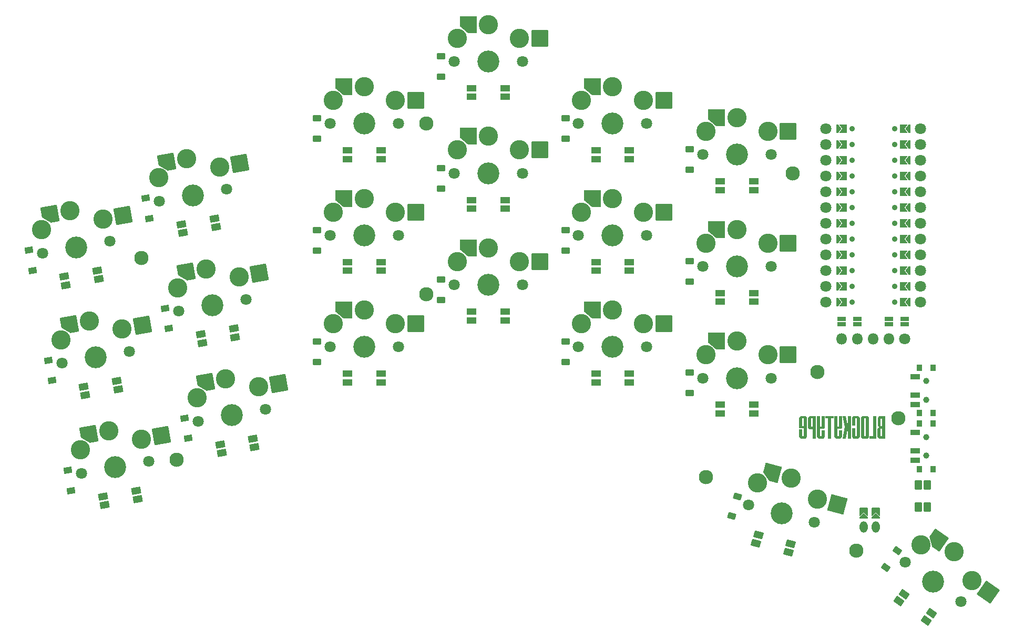
<source format=gbs>
%TF.GenerationSoftware,KiCad,Pcbnew,8.0.5*%
%TF.CreationDate,2024-10-12T16:26:51+02:00*%
%TF.ProjectId,BlockyTypeV0.2.3,426c6f63-6b79-4547-9970-6556302e322e,v1.0.0*%
%TF.SameCoordinates,Original*%
%TF.FileFunction,Soldermask,Bot*%
%TF.FilePolarity,Negative*%
%FSLAX46Y46*%
G04 Gerber Fmt 4.6, Leading zero omitted, Abs format (unit mm)*
G04 Created by KiCad (PCBNEW 8.0.5) date 2024-10-12 16:26:51*
%MOMM*%
%LPD*%
G01*
G04 APERTURE LIST*
G04 Aperture macros list*
%AMRoundRect*
0 Rectangle with rounded corners*
0 $1 Rounding radius*
0 $2 $3 $4 $5 $6 $7 $8 $9 X,Y pos of 4 corners*
0 Add a 4 corners polygon primitive as box body*
4,1,4,$2,$3,$4,$5,$6,$7,$8,$9,$2,$3,0*
0 Add four circle primitives for the rounded corners*
1,1,$1+$1,$2,$3*
1,1,$1+$1,$4,$5*
1,1,$1+$1,$6,$7*
1,1,$1+$1,$8,$9*
0 Add four rect primitives between the rounded corners*
20,1,$1+$1,$2,$3,$4,$5,0*
20,1,$1+$1,$4,$5,$6,$7,0*
20,1,$1+$1,$6,$7,$8,$9,0*
20,1,$1+$1,$8,$9,$2,$3,0*%
%AMFreePoly0*
4,1,15,1.335355,1.335355,1.350000,1.300000,1.350000,-1.300000,1.335355,-1.335355,1.300000,-1.350000,-0.050000,-1.350000,-0.082160,-1.338285,-1.332160,-0.288285,-1.349812,-0.254331,-1.350000,-0.250000,-1.350000,1.300000,-1.335355,1.335355,-1.300000,1.350000,1.300000,1.350000,1.335355,1.335355,1.335355,1.335355,$1*%
%AMFreePoly1*
4,1,16,0.635355,0.285355,0.650000,0.250000,0.650000,-1.000000,0.635355,-1.035355,0.600000,-1.050000,0.564645,-1.035355,0.000000,-0.470710,-0.564645,-1.035355,-0.600000,-1.050000,-0.635355,-1.035355,-0.650000,-1.000000,-0.650000,0.250000,-0.635355,0.285355,-0.600000,0.300000,0.600000,0.300000,0.635355,0.285355,0.635355,0.285355,$1*%
%AMFreePoly2*
4,1,14,0.035355,0.435355,0.635355,-0.164645,0.650000,-0.200000,0.650000,-0.400000,0.635355,-0.435355,0.600000,-0.450000,-0.600000,-0.450000,-0.635355,-0.435355,-0.650000,-0.400000,-0.650000,-0.200000,-0.635355,-0.164645,-0.035355,0.435355,0.000000,0.450000,0.035355,0.435355,0.035355,0.435355,$1*%
%AMFreePoly3*
4,1,16,-0.214645,0.660355,-0.210957,0.656235,0.289043,0.031235,0.299694,-0.005522,0.289043,-0.031235,-0.210957,-0.656235,-0.244478,-0.674694,-0.250000,-0.675000,-0.500000,-0.675000,-0.535355,-0.660355,-0.550000,-0.625000,-0.550000,0.625000,-0.535355,0.660355,-0.500000,0.675000,-0.250000,0.675000,-0.214645,0.660355,-0.214645,0.660355,$1*%
%AMFreePoly4*
4,1,16,0.535355,0.660355,0.550000,0.625000,0.550000,-0.625000,0.535355,-0.660355,0.500000,-0.675000,-0.650000,-0.675000,-0.685355,-0.660355,-0.700000,-0.625000,-0.689043,-0.593765,-0.214031,0.000000,-0.689043,0.593765,-0.699694,0.630522,-0.681235,0.664043,-0.650000,0.675000,0.500000,0.675000,0.535355,0.660355,0.535355,0.660355,$1*%
G04 Aperture macros list end*
%ADD10C,0.150000*%
%ADD11RoundRect,0.050000X0.669026X-0.338975X0.512743X0.547352X-0.669026X0.338975X-0.512743X-0.547352X0*%
%ADD12RoundRect,0.050000X0.600000X-0.450000X0.600000X0.450000X-0.600000X0.450000X-0.600000X-0.450000X0*%
%ADD13O,1.800000X1.800000*%
%ADD14C,1.800000*%
%ADD15RoundRect,0.050000X-0.600000X0.300000X-0.600000X-0.300000X0.600000X-0.300000X0.600000X0.300000X0*%
%ADD16C,1.801800*%
%ADD17C,3.100000*%
%ADD18C,3.529000*%
%ADD19FreePoly0,0.000000*%
%ADD20RoundRect,0.050000X-1.300000X-1.300000X1.300000X-1.300000X1.300000X1.300000X-1.300000X1.300000X0*%
%ADD21C,2.300000*%
%ADD22FreePoly1,0.000000*%
%ADD23O,1.300000X1.850000*%
%ADD24FreePoly2,0.000000*%
%ADD25RoundRect,0.050000X-0.400000X0.500000X-0.400000X-0.500000X0.400000X-0.500000X0.400000X0.500000X0*%
%ADD26C,1.000000*%
%ADD27RoundRect,0.050000X-0.750000X0.350000X-0.750000X-0.350000X0.750000X-0.350000X0.750000X0.350000X0*%
%ADD28FreePoly0,345.000000*%
%ADD29RoundRect,0.050000X-1.592168X-0.919239X0.919239X-1.592168X1.592168X0.919239X-0.919239X1.592168X0*%
%ADD30FreePoly0,10.000000*%
%ADD31RoundRect,0.050000X-1.054507X-1.505993X1.505993X-1.054507X1.054507X1.505993X-1.505993X1.054507X0*%
%ADD32RoundRect,0.050000X0.233382X-0.712764X0.749601X0.024473X-0.233382X0.712764X-0.749601X-0.024473X0*%
%ADD33FreePoly0,325.000000*%
%ADD34RoundRect,0.050000X-1.810547X-0.319248X0.319248X-1.810547X1.810547X0.319248X-0.319248X1.810547X0*%
%ADD35FreePoly3,180.000000*%
%ADD36FreePoly3,0.000000*%
%ADD37FreePoly4,0.000000*%
%ADD38C,0.900000*%
%ADD39FreePoly4,180.000000*%
%ADD40RoundRect,0.050000X-0.525000X0.700000X-0.525000X-0.700000X0.525000X-0.700000X0.525000X0.700000X0*%
%ADD41RoundRect,0.050000X0.463087X-0.589958X0.696024X0.279375X-0.463087X0.589958X-0.696024X-0.279375X0*%
%ADD42RoundRect,0.050000X-0.602541X-0.613958X0.776190X-0.370850X0.602541X0.613958X-0.776190X0.370850X0*%
%ADD43RoundRect,0.050000X-0.700000X-0.500000X0.700000X-0.500000X0.700000X0.500000X-0.700000X0.500000X0*%
%ADD44RoundRect,0.050000X-0.805558X-0.301790X0.546739X-0.664136X0.805558X0.301790X-0.546739X0.664136X0*%
%ADD45RoundRect,0.050000X-0.860195X-0.008073X0.286618X-0.811080X0.860195X0.008073X-0.286618X0.811080X0*%
G04 APERTURE END LIST*
D10*
G36*
X118078546Y15631319D02*
G01*
X117074806Y15631319D01*
X116836766Y15958115D01*
X116836766Y16012337D01*
X117336487Y16012337D01*
X117579362Y16012337D01*
X117579362Y17225736D01*
X117336487Y17225736D01*
X117336487Y16012337D01*
X116836766Y16012337D01*
X116836766Y17118757D01*
X117079104Y17437494D01*
X116960935Y17600893D01*
X117336487Y17600893D01*
X117579362Y17600893D01*
X117579362Y18856790D01*
X117336487Y18856790D01*
X117336487Y17600893D01*
X116960935Y17600893D01*
X116849125Y17755499D01*
X116849125Y18906615D01*
X117086627Y19242205D01*
X118078546Y19242205D01*
X118078546Y15631319D01*
G37*
G36*
X115559523Y16006476D02*
G01*
X116126411Y16006476D01*
X116126411Y19242205D01*
X116625594Y19242205D01*
X116625594Y15623258D01*
X115559523Y15623258D01*
X115559523Y16006476D01*
G37*
G36*
X115447757Y18945450D02*
G01*
X115447757Y15877515D01*
X115268288Y15631319D01*
X114385448Y15631319D01*
X114205978Y15877515D01*
X114205978Y16016001D01*
X114705699Y16016001D01*
X114948574Y16016001D01*
X114948574Y18867048D01*
X114705699Y18867048D01*
X114705699Y16016001D01*
X114205978Y16016001D01*
X114205978Y18945450D01*
X114384373Y19242205D01*
X115269362Y19242205D01*
X115447757Y18945450D01*
G37*
G36*
X112749802Y17272630D02*
G01*
X113249523Y17272630D01*
X113249523Y16006476D01*
X113492398Y16006476D01*
X113492398Y18867048D01*
X113249523Y18867048D01*
X113249523Y17741577D01*
X112749802Y17741577D01*
X112749802Y18946915D01*
X112950765Y19242205D01*
X113794380Y19242205D01*
X113994806Y18946915D01*
X113994806Y15899497D01*
X113793843Y15631319D01*
X112951302Y15631319D01*
X112749802Y15899497D01*
X112749802Y17272630D01*
G37*
G36*
X111596145Y17505638D02*
G01*
X111224310Y19242205D01*
X111753584Y19242205D01*
X112057716Y17552533D01*
X112040521Y19242205D01*
X112539704Y19242205D01*
X112539704Y15631319D01*
X112040521Y15631319D01*
X112057716Y17430167D01*
X111753584Y15631319D01*
X111224847Y15631319D01*
X111596145Y17505638D01*
G37*
G36*
X109879362Y19242205D02*
G01*
X110379083Y19242205D01*
X110379083Y17553998D01*
X110621958Y17553998D01*
X110621958Y19242205D01*
X111121142Y19242205D01*
X111121142Y17398660D01*
X110928776Y17178841D01*
X110379083Y17178841D01*
X110379083Y16006476D01*
X110621958Y16006476D01*
X110621958Y16991263D01*
X111121142Y16991263D01*
X111121142Y15907557D01*
X110916955Y15631319D01*
X110089997Y15631319D01*
X109879362Y15906824D01*
X109879362Y19242205D01*
G37*
G36*
X108451128Y19242205D02*
G01*
X109763836Y19242205D01*
X109763836Y18867048D01*
X109353850Y18867048D01*
X109353850Y15631319D01*
X108854666Y15631319D01*
X108854666Y18867048D01*
X108451128Y18867048D01*
X108451128Y19242205D01*
G37*
G36*
X107093822Y19242205D02*
G01*
X107593542Y19242205D01*
X107593542Y17553998D01*
X107836418Y17553998D01*
X107836418Y19242205D01*
X108335601Y19242205D01*
X108335601Y17398660D01*
X108143235Y17178841D01*
X107593542Y17178841D01*
X107593542Y16006476D01*
X107836418Y16006476D01*
X107836418Y16991263D01*
X108335601Y16991263D01*
X108335601Y15907557D01*
X108131414Y15631319D01*
X107304457Y15631319D01*
X107093822Y15906824D01*
X107093822Y19242205D01*
G37*
G36*
X106882649Y15631319D02*
G01*
X106383466Y15631319D01*
X106383466Y17131947D01*
X105845057Y17131947D01*
X105640870Y17407452D01*
X105640870Y17521758D01*
X106140591Y17521758D01*
X106383466Y17521758D01*
X106383466Y18867048D01*
X106140591Y18867048D01*
X106140591Y17521758D01*
X105640870Y17521758D01*
X105640870Y18974026D01*
X105845057Y19242205D01*
X106882649Y19242205D01*
X106882649Y15631319D01*
G37*
G36*
X105464087Y18946915D02*
G01*
X105464087Y15906824D01*
X105247541Y15631319D01*
X104429718Y15631319D01*
X104222307Y15907557D01*
X104222307Y17131947D01*
X104722028Y17131947D01*
X104722028Y16006476D01*
X104964903Y16006476D01*
X104964903Y17272630D01*
X104222307Y17272630D01*
X104222307Y17663907D01*
X104722028Y17663907D01*
X104964903Y17663907D01*
X104964903Y18867048D01*
X104722028Y18867048D01*
X104722028Y17663907D01*
X104222307Y17663907D01*
X104222307Y18946915D01*
X104429181Y19242205D01*
X105247541Y19242205D01*
X105464087Y18946915D01*
G37*
D11*
%TO.C,D4*%
X5795557Y15654037D03*
X5222521Y18903903D03*
%TD*%
D12*
%TO.C,D15*%
X66567881Y63926321D03*
X66567885Y67226321D03*
%TD*%
D13*
%TO.C,DISP1*%
X111087880Y31676318D03*
X113627880Y31676318D03*
X116167887Y31676316D03*
X118707880Y31676318D03*
D14*
X121247879Y31676322D03*
D15*
X121247880Y34026318D03*
X118707877Y34026317D03*
X113627880Y34026318D03*
X111087879Y34026317D03*
X121247880Y34926318D03*
X118707880Y34926318D03*
X113627880Y34926318D03*
X111087880Y34926318D03*
%TD*%
D16*
%TO.C,S16*%
X88667878Y25376318D03*
D17*
X89167875Y29126318D03*
X94167878Y31326320D03*
D18*
X94167878Y25376318D03*
D17*
X99167877Y29126319D03*
D16*
X99667878Y25376318D03*
D19*
X90892879Y31326315D03*
D20*
X102442878Y29126318D03*
%TD*%
D21*
%TO.C,MH7*%
X113394487Y-2459037D03*
%TD*%
%TO.C,MH2*%
X3961644Y12233623D03*
%TD*%
D12*
%TO.C,D13*%
X66567880Y27926315D03*
X66567884Y31226315D03*
%TD*%
%TO.C,D10*%
X46567883Y37926322D03*
X46567887Y41226322D03*
%TD*%
%TO.C,D18*%
X86567883Y58926323D03*
X86567887Y62226323D03*
%TD*%
D16*
%TO.C,S7*%
X28667884Y30376331D03*
D17*
X29167881Y34126331D03*
X34167884Y36326333D03*
D18*
X34167884Y30376331D03*
D17*
X39167883Y34126332D03*
D16*
X39667884Y30376331D03*
D19*
X30892885Y36326328D03*
D20*
X42442884Y34126331D03*
%TD*%
D16*
%TO.C,S18*%
X88667884Y61376320D03*
D17*
X89167881Y65126320D03*
X94167884Y67326322D03*
D18*
X94167884Y61376320D03*
D17*
X99167883Y65126321D03*
D16*
X99667884Y61376320D03*
D19*
X90892885Y67326317D03*
D20*
X102442884Y65126320D03*
%TD*%
D11*
%TO.C,D2*%
X-16158022Y24983575D03*
X-16731058Y28233441D03*
%TD*%
D12*
%TO.C,D17*%
X86567873Y40926313D03*
X86567877Y44226313D03*
%TD*%
D21*
%TO.C,MH6*%
X89167878Y9376318D03*
%TD*%
D12*
%TO.C,D16*%
X86567876Y22926327D03*
X86567880Y26226327D03*
%TD*%
D16*
%TO.C,S15*%
X68667879Y66376328D03*
D17*
X69167876Y70126328D03*
X74167879Y72326330D03*
D18*
X74167879Y66376328D03*
D17*
X79167878Y70126329D03*
D16*
X79667879Y66376328D03*
D19*
X70892880Y72326325D03*
D20*
X82442879Y70126328D03*
%TD*%
D11*
%TO.C,D5*%
X2669893Y33380581D03*
X2096857Y36630447D03*
%TD*%
D22*
%TO.C,JST1*%
X114567888Y4192330D03*
X116567888Y4192330D03*
D23*
X116567887Y1376326D03*
X114567889Y1376334D03*
D24*
X116567887Y3176328D03*
X114567888Y3176330D03*
%TD*%
D25*
%TO.C,SW3*%
X123582881Y27026317D03*
X123582881Y19726315D03*
D26*
X124692881Y24876315D03*
X124692881Y21876315D03*
D25*
X125792878Y19726316D03*
X125792881Y27026315D03*
D27*
X122932881Y21126315D03*
X122932881Y22626315D03*
X122932878Y25626311D03*
%TD*%
D16*
%TO.C,S14*%
X68667876Y48376320D03*
D17*
X69167873Y52126320D03*
X74167876Y54326322D03*
D18*
X74167876Y48376320D03*
D17*
X79167875Y52126321D03*
D16*
X79667876Y48376320D03*
D19*
X70892877Y54326317D03*
D20*
X82442876Y52126320D03*
%TD*%
D11*
%TO.C,D1*%
X-13032362Y7257030D03*
X-13605398Y10506896D03*
%TD*%
D16*
%TO.C,S19*%
X96055440Y4958346D03*
D17*
X97508971Y8451158D03*
X102908005Y9282100D03*
D18*
X101368032Y3534841D03*
D17*
X107168236Y5862966D03*
D16*
X106680624Y2111336D03*
D28*
X99744599Y10129728D03*
D29*
X110331640Y5015335D03*
%TD*%
D11*
%TO.C,D6*%
X-455782Y51107116D03*
X-1028818Y54356982D03*
%TD*%
D12*
%TO.C,D12*%
X46567879Y73926321D03*
X46567883Y77226321D03*
%TD*%
D21*
%TO.C,MH8*%
X107167881Y26376321D03*
%TD*%
D16*
%TO.C,S11*%
X48667870Y58376323D03*
D17*
X49167867Y62126323D03*
X54167870Y64326325D03*
D18*
X54167870Y58376323D03*
D17*
X59167869Y62126324D03*
D16*
X59667870Y58376323D03*
D19*
X50892871Y64326320D03*
D20*
X62442870Y62126323D03*
%TD*%
D21*
%TO.C,MH3*%
X44167882Y66376320D03*
%TD*%
D16*
%TO.C,S12*%
X48667882Y76376324D03*
D17*
X49167879Y80126324D03*
X54167882Y82326326D03*
D18*
X54167882Y76376324D03*
D17*
X59167881Y80126325D03*
D16*
X59667882Y76376324D03*
D19*
X50892883Y82326321D03*
D20*
X62442882Y80126324D03*
%TD*%
D21*
%TO.C,MH5*%
X103167879Y58376320D03*
%TD*%
D16*
%TO.C,S6*%
X1186879Y53884551D03*
D17*
X1028099Y57664403D03*
X5570115Y60699224D03*
D18*
X6603322Y54839616D03*
D17*
X10876179Y59400887D03*
D16*
X12019765Y55794681D03*
D30*
X2344872Y60130523D03*
D31*
X14101425Y59969584D03*
%TD*%
D16*
%TO.C,S2*%
X-14515361Y27761012D03*
D17*
X-14674141Y31540864D03*
X-10132125Y34575685D03*
D18*
X-9098918Y28716077D03*
D17*
X-4826061Y33277348D03*
D16*
X-3682475Y29671142D03*
D30*
X-13357368Y34006984D03*
D31*
X-1600815Y33846045D03*
%TD*%
D32*
%TO.C,D20*%
X118133382Y-5105822D03*
X120026184Y-2402624D03*
%TD*%
D16*
%TO.C,S5*%
X4312545Y36158009D03*
D17*
X4153765Y39937861D03*
X8695781Y42972682D03*
D18*
X9728988Y37113074D03*
D17*
X14001845Y41674345D03*
D16*
X15145431Y38068139D03*
D30*
X5470538Y42403981D03*
D31*
X17227091Y42243042D03*
%TD*%
D12*
%TO.C,D14*%
X66567876Y45926322D03*
X66567880Y49226322D03*
%TD*%
D16*
%TO.C,S20*%
X121258866Y-4303402D03*
D17*
X123819353Y-1518369D03*
X129176981Y-2584115D03*
D18*
X125764202Y-7458072D03*
D17*
X132010874Y-7254134D03*
D16*
X130269538Y-10612742D03*
D33*
X126494259Y-705660D03*
D34*
X134693597Y-9132597D03*
%TD*%
D25*
%TO.C,SW1*%
X123582881Y18026332D03*
X123582881Y10726330D03*
D26*
X124692881Y15876330D03*
X124692881Y12876330D03*
D25*
X125792878Y10726331D03*
X125792881Y18026330D03*
D27*
X122932881Y12126330D03*
X122932881Y13626330D03*
X122932878Y16626326D03*
%TD*%
D21*
%TO.C,MH1*%
X-1768741Y44732272D03*
%TD*%
D16*
%TO.C,S9*%
X28667881Y66376325D03*
D17*
X29167878Y70126325D03*
X34167881Y72326327D03*
D18*
X34167881Y66376325D03*
D17*
X39167880Y70126326D03*
D16*
X39667881Y66376325D03*
D19*
X30892882Y72326322D03*
D20*
X42442881Y70126325D03*
%TD*%
D21*
%TO.C,MH9*%
X120167882Y18876329D03*
%TD*%
D11*
%TO.C,D3*%
X-19283696Y42710112D03*
X-19856732Y45959978D03*
%TD*%
D21*
%TO.C,MH4*%
X44167891Y38876324D03*
%TD*%
D12*
%TO.C,D8*%
X26567881Y45926313D03*
X26567885Y49226313D03*
%TD*%
D35*
%TO.C,MCU1*%
X121667877Y65576327D03*
D14*
X123787881Y65576328D03*
D35*
X121667884Y63036332D03*
D14*
X123787881Y63036328D03*
D35*
X121667881Y60496328D03*
D14*
X123787879Y60496323D03*
D35*
X121667881Y57956328D03*
D14*
X123787881Y57956328D03*
D35*
X121667883Y55416328D03*
D14*
X123787881Y55416328D03*
D35*
X121667881Y52876328D03*
D14*
X123787881Y52876328D03*
D35*
X121667881Y50336328D03*
D14*
X123787876Y50336330D03*
D35*
X121667881Y47796328D03*
D14*
X123787881Y47796328D03*
D35*
X121667881Y45256328D03*
D14*
X123787876Y45256330D03*
D35*
X121667881Y42716328D03*
D14*
X123787881Y42716329D03*
D35*
X121667881Y40176328D03*
D14*
X123787878Y40176326D03*
D35*
X121667879Y37636328D03*
D14*
X123787881Y37636328D03*
X108547881Y37636328D03*
D36*
X110667881Y37636328D03*
D14*
X108547881Y40176328D03*
D36*
X110667885Y40176329D03*
D14*
X108547881Y42716328D03*
D36*
X110667878Y42716324D03*
D14*
X108547883Y45256333D03*
D36*
X110667881Y45256328D03*
D14*
X108547881Y47796328D03*
D36*
X110667881Y47796328D03*
D14*
X108547881Y50336328D03*
D36*
X110667879Y50336328D03*
D14*
X108547881Y52876328D03*
D36*
X110667881Y52876328D03*
D14*
X108547886Y55416326D03*
D36*
X110667881Y55416328D03*
D14*
X108547881Y57956328D03*
D36*
X110667881Y57956328D03*
D14*
X108547886Y60496326D03*
D36*
X110667881Y60496328D03*
D14*
X108547881Y63036327D03*
D36*
X110667881Y63036328D03*
D14*
X108547884Y65576330D03*
D36*
X110667881Y65576328D03*
D37*
X111392881Y65576328D03*
D38*
X119567881Y65576328D03*
D37*
X111392881Y63036328D03*
D38*
X119567882Y63036328D03*
D37*
X111392881Y60496328D03*
D38*
X119567881Y60496328D03*
D37*
X111392878Y57956328D03*
D38*
X119567881Y57956328D03*
D37*
X111392881Y55416328D03*
D38*
X119567877Y55416330D03*
D37*
X111392881Y52876328D03*
D38*
X119567886Y52876327D03*
D37*
X111392881Y50336328D03*
D38*
X119567881Y50336328D03*
D37*
X111392878Y47796328D03*
D38*
X119567880Y47796330D03*
D37*
X111392881Y45256328D03*
D38*
X119567881Y45256328D03*
D37*
X111392881Y42716328D03*
D38*
X119567874Y42716329D03*
D37*
X111392881Y40176328D03*
D38*
X119567882Y40176331D03*
D37*
X111392882Y37636327D03*
D38*
X119567879Y37636328D03*
X112767883Y37636328D03*
D39*
X120942881Y37636328D03*
D38*
X112767881Y40176328D03*
D39*
X120942881Y40176328D03*
D38*
X112767880Y42716328D03*
D39*
X120942881Y42716328D03*
D38*
X112767881Y45256328D03*
D39*
X120942881Y45256328D03*
D38*
X112767881Y47796328D03*
D39*
X120942884Y47796328D03*
D38*
X112767885Y50336326D03*
D39*
X120942881Y50336328D03*
D38*
X112767876Y52876329D03*
D39*
X120942881Y52876328D03*
D38*
X112767881Y55416328D03*
D39*
X120942881Y55416328D03*
D38*
X112767882Y57956326D03*
D39*
X120942884Y57956328D03*
D38*
X112767881Y60496328D03*
D39*
X120942881Y60496328D03*
D38*
X112767888Y63036327D03*
D39*
X120942881Y63036328D03*
D38*
X112767880Y65576325D03*
D39*
X120942881Y65576328D03*
%TD*%
D16*
%TO.C,S1*%
X-11389695Y10034475D03*
D17*
X-11548475Y13814327D03*
X-7006459Y16849148D03*
D18*
X-5973252Y10989540D03*
D17*
X-1700395Y15550811D03*
D16*
X-556809Y11944605D03*
D30*
X-10231702Y16280447D03*
D31*
X1524851Y16119508D03*
%TD*%
D16*
%TO.C,S3*%
X-17641035Y45487557D03*
D17*
X-17799815Y49267409D03*
X-13257799Y52302230D03*
D18*
X-12224592Y46442622D03*
D17*
X-7951735Y51003893D03*
D16*
X-6808149Y47397687D03*
D30*
X-16483042Y51733529D03*
D31*
X-4726489Y51572590D03*
%TD*%
D12*
%TO.C,D11*%
X46567879Y55926313D03*
X46567883Y59226313D03*
%TD*%
D16*
%TO.C,S8*%
X28667875Y48376321D03*
D17*
X29167872Y52126321D03*
X34167875Y54326323D03*
D18*
X34167875Y48376321D03*
D17*
X39167874Y52126322D03*
D16*
X39667875Y48376321D03*
D19*
X30892876Y54326318D03*
D20*
X42442875Y52126321D03*
%TD*%
D40*
%TO.C,SW2*%
X123447880Y8176314D03*
X123447880Y4576314D03*
X124887884Y8176314D03*
X124887884Y4576314D03*
%TD*%
D16*
%TO.C,S10*%
X48667887Y40376337D03*
D17*
X49167884Y44126337D03*
X54167887Y46326339D03*
D18*
X54167887Y40376337D03*
D17*
X59167886Y44126338D03*
D16*
X59667887Y40376337D03*
D19*
X50892888Y46326334D03*
D20*
X62442887Y44126337D03*
%TD*%
D41*
%TO.C,D19*%
X93392890Y3135342D03*
X94246990Y6322898D03*
%TD*%
D16*
%TO.C,S13*%
X68667882Y30376324D03*
D17*
X69167879Y34126324D03*
X74167882Y36326326D03*
D18*
X74167882Y30376324D03*
D17*
X79167881Y34126325D03*
D16*
X79667882Y30376324D03*
D19*
X70892883Y36326321D03*
D20*
X82442882Y34126324D03*
%TD*%
D16*
%TO.C,S17*%
X88667883Y43376318D03*
D17*
X89167880Y47126318D03*
X94167883Y49326320D03*
D18*
X94167883Y43376318D03*
D17*
X99167882Y47126319D03*
D16*
X99667883Y43376318D03*
D19*
X90892884Y49326315D03*
D20*
X102442883Y47126318D03*
%TD*%
D16*
%TO.C,S4*%
X7438204Y18431477D03*
D17*
X7279424Y22211329D03*
X11821440Y25246150D03*
D18*
X12854647Y19386542D03*
D17*
X17127504Y23947813D03*
D16*
X18271090Y20341607D03*
D30*
X8596197Y24677449D03*
D31*
X20352750Y24516510D03*
%TD*%
D12*
%TO.C,D9*%
X26567867Y63926325D03*
X26567871Y67226325D03*
%TD*%
%TO.C,D7*%
X26567874Y27926319D03*
X26567878Y31226319D03*
%TD*%
D42*
%TO.C,LED1*%
X-2324481Y5844978D03*
X-2567589Y7223709D03*
X-7885551Y6286008D03*
X-7642443Y4907277D03*
%TD*%
%TO.C,LED3*%
X-8575816Y41298065D03*
X-8818924Y42676796D03*
X-14136886Y41739095D03*
X-13893778Y40360364D03*
%TD*%
D43*
%TO.C,LED8*%
X36867886Y42676316D03*
X36867886Y44076316D03*
X31467886Y44076316D03*
X31467886Y42676316D03*
%TD*%
%TO.C,LED14*%
X76867885Y42676316D03*
X76867885Y44076316D03*
X71467885Y44076316D03*
X71467885Y42676316D03*
%TD*%
%TO.C,LED16*%
X96867877Y19676326D03*
X96867877Y21076326D03*
X91467877Y21076326D03*
X91467877Y19676326D03*
%TD*%
%TO.C,LED12*%
X56867877Y70676330D03*
X56867877Y72076330D03*
X51467877Y72076330D03*
X51467877Y70676330D03*
%TD*%
%TO.C,LED15*%
X76867884Y60676324D03*
X76867884Y62076324D03*
X71467884Y62076324D03*
X71467884Y60676324D03*
%TD*%
D44*
%TO.C,LED19*%
X102500768Y-2669750D03*
X102863115Y-1317453D03*
X97647116Y80170D03*
X97284769Y-1272127D03*
%TD*%
D43*
%TO.C,LED10*%
X56867880Y34676325D03*
X56867880Y36076325D03*
X51467880Y36076325D03*
X51467880Y34676325D03*
%TD*%
%TO.C,LED9*%
X36867885Y60676324D03*
X36867885Y62076324D03*
X31467885Y62076324D03*
X31467885Y60676324D03*
%TD*%
D45*
%TO.C,LED20*%
X124706524Y-13675899D03*
X125509531Y-12529086D03*
X121086110Y-9431773D03*
X120283103Y-10578586D03*
%TD*%
D42*
%TO.C,LED5*%
X13377764Y31968526D03*
X13134656Y33347257D03*
X7816694Y32409556D03*
X8059802Y31030825D03*
%TD*%
%TO.C,LED6*%
X10252109Y49695074D03*
X10009001Y51073805D03*
X4691039Y50136104D03*
X4934147Y48757373D03*
%TD*%
D43*
%TO.C,LED7*%
X36867894Y24676315D03*
X36867894Y26076315D03*
X31467894Y26076315D03*
X31467894Y24676315D03*
%TD*%
%TO.C,LED11*%
X56867885Y52676314D03*
X56867885Y54076314D03*
X51467885Y54076314D03*
X51467885Y52676314D03*
%TD*%
D42*
%TO.C,LED2*%
X-5450152Y23571536D03*
X-5693260Y24950267D03*
X-11011222Y24012566D03*
X-10768114Y22633835D03*
%TD*%
D43*
%TO.C,LED13*%
X76867879Y24676322D03*
X76867879Y26076322D03*
X71467879Y26076322D03*
X71467879Y24676322D03*
%TD*%
%TO.C,LED17*%
X96867891Y37676325D03*
X96867891Y39076325D03*
X91467891Y39076325D03*
X91467891Y37676325D03*
%TD*%
D42*
%TO.C,LED4*%
X16503431Y14241986D03*
X16260323Y15620717D03*
X10942361Y14683016D03*
X11185469Y13304285D03*
%TD*%
D43*
%TO.C,LED18*%
X96867886Y55676322D03*
X96867886Y57076322D03*
X91467886Y57076322D03*
X91467886Y55676322D03*
%TD*%
M02*

</source>
